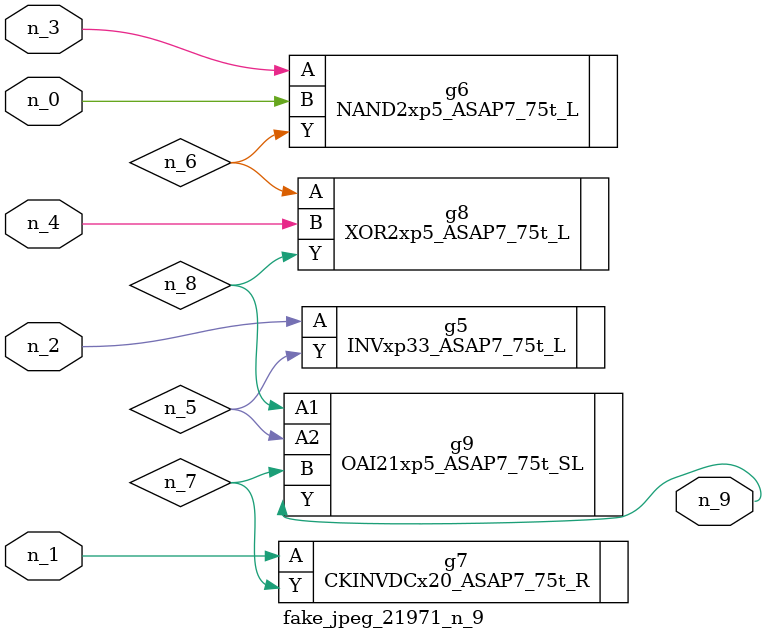
<source format=v>
module fake_jpeg_21971_n_9 (n_3, n_2, n_1, n_0, n_4, n_9);

input n_3;
input n_2;
input n_1;
input n_0;
input n_4;

output n_9;

wire n_8;
wire n_6;
wire n_5;
wire n_7;

INVxp33_ASAP7_75t_L g5 ( 
.A(n_2),
.Y(n_5)
);

NAND2xp5_ASAP7_75t_L g6 ( 
.A(n_3),
.B(n_0),
.Y(n_6)
);

CKINVDCx20_ASAP7_75t_R g7 ( 
.A(n_1),
.Y(n_7)
);

XOR2xp5_ASAP7_75t_L g8 ( 
.A(n_6),
.B(n_4),
.Y(n_8)
);

OAI21xp5_ASAP7_75t_SL g9 ( 
.A1(n_8),
.A2(n_5),
.B(n_7),
.Y(n_9)
);


endmodule
</source>
